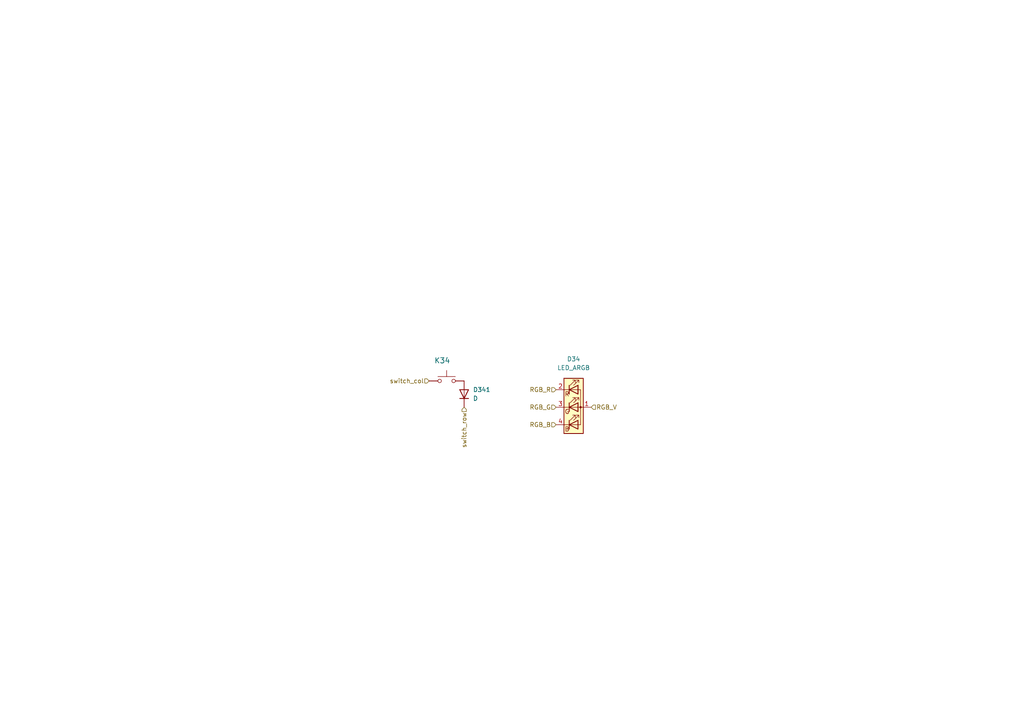
<source format=kicad_sch>
(kicad_sch (version 20250114) (generator "eeschema") (generator_version "9.0")
  (paper "A4")
  (lib_symbols
    (symbol "Device:D" (pin_numbers (hide yes)) (pin_names (offset 1.016) (hide yes))
      (property "Reference" "D" (at 0 2.54 0))
      (property "Value" "D" (at 0 -2.54 0))
      (symbol "D_0_1"
        (polyline (pts (xy -1.27 1.27) (xy -1.27 -1.27)) (stroke (width 0.254)))
        (polyline (pts (xy 1.27 1.27) (xy 1.27 -1.27) (xy -1.27 0) (xy 1.27 1.27)) (stroke (width 0.254)))
        (polyline (pts (xy 1.27 0) (xy -1.27 0)))
      )
      (symbol "D_1_1"
        (pin passive line (at -3.81 0 0) (length 2.54) (name "K") (number "1"))
        (pin passive line (at 3.81 0 180) (length 2.54) (name "A") (number "2"))
      )
    )
    (symbol "Device:LED_ARGB" (pin_names (offset 0) (hide yes))
      (property "Reference" "D" (at 0 9.398 0))
      (property "Value" "LED_ARGB" (at 0 -8.89 0))
      (symbol "LED_ARGB_0_0"
        (text "R" (at -1.905 3.81 0) (effects (font (size 1.27 1.27))))
        (text "G" (at -1.905 -1.27 0) (effects (font (size 1.27 1.27))))
        (text "B" (at -1.905 -6.35 0) (effects (font (size 1.27 1.27))))
      )
      (symbol "LED_ARGB_0_1"
        (polyline (pts (xy -1.27 6.35) (xy -1.27 3.81)) (stroke (width 0.254)))
        (polyline (pts (xy -1.27 6.35) (xy -1.27 3.81) (xy -1.27 3.81)))
        (polyline (pts (xy -1.27 5.08) (xy -2.54 5.08)))
        (polyline (pts (xy -1.27 5.08) (xy 1.27 5.08)))
        (polyline (pts (xy -1.27 1.27) (xy -1.27 -1.27)) (stroke (width 0.254)))
        (polyline (pts (xy -1.27 1.27) (xy -1.27 -1.27) (xy -1.27 -1.27)))
        (polyline (pts (xy -1.27 0) (xy -2.54 0)))
        (polyline (pts (xy -1.27 -3.81) (xy -1.27 -6.35)) (stroke (width 0.254)))
        (polyline (pts (xy -1.27 -5.08) (xy -2.54 -5.08)))
        (polyline (pts (xy -1.27 -5.08) (xy 1.27 -5.08)))
        (polyline (pts (xy -1.016 6.35) (xy 0.508 7.874) (xy -0.254 7.874) (xy 0.508 7.874) (xy 0.508 7.112)))
        (polyline (pts (xy -1.016 1.27) (xy 0.508 2.794) (xy -0.254 2.794) (xy 0.508 2.794) (xy 0.508 2.032)))
        (polyline (pts (xy -1.016 -3.81) (xy 0.508 -2.286) (xy -0.254 -2.286) (xy 0.508 -2.286) (xy 0.508 -3.048)))
        (polyline (pts (xy 0 6.35) (xy 1.524 7.874) (xy 0.762 7.874) (xy 1.524 7.874) (xy 1.524 7.112)))
        (polyline (pts (xy 0 1.27) (xy 1.524 2.794) (xy 0.762 2.794) (xy 1.524 2.794) (xy 1.524 2.032)))
        (polyline (pts (xy 0 -3.81) (xy 1.524 -2.286) (xy 0.762 -2.286) (xy 1.524 -2.286) (xy 1.524 -3.048)))
        (polyline (pts (xy 1.27 6.35) (xy 1.27 3.81) (xy -1.27 5.08) (xy 1.27 6.35)) (stroke (width 0.254)))
        (rectangle (start 1.27 6.35) (end 1.27 6.35))
        (rectangle (start 1.27 3.81) (end 1.27 6.35))
        (polyline (pts (xy 1.27 1.27) (xy 1.27 -1.27) (xy -1.27 0) (xy 1.27 1.27)) (stroke (width 0.254)))
        (rectangle (start 1.27 1.27) (end 1.27 1.27))
        (polyline (pts (xy 1.27 0) (xy -1.27 0)))
        (polyline (pts (xy 1.27 0) (xy 2.54 0)))
        (rectangle (start 1.27 -1.27) (end 1.27 1.27))
        (polyline (pts (xy 1.27 -3.81) (xy 1.27 -6.35) (xy -1.27 -5.08) (xy 1.27 -3.81)) (stroke (width 0.254)))
        (polyline (pts (xy 1.27 -5.08) (xy 2.032 -5.08) (xy 2.032 5.08) (xy 1.27 5.08)))
        (circle (center 2.032 0) (radius 0.254) (fill (type outline)))
        (rectangle (start 2.794 8.382) (end -2.794 -7.62) (stroke (width 0.254)) (fill (type background)))
      )
      (symbol "LED_ARGB_1_1"
        (pin passive line (at -5.08 5.08 0) (length 2.54) (name "RK") (number "2"))
        (pin passive line (at -5.08 0 0) (length 2.54) (name "GK") (number "3"))
        (pin passive line (at -5.08 -5.08 0) (length 2.54) (name "BK") (number "4"))
        (pin passive line (at 5.08 0 180) (length 2.54) (name "A") (number "1"))
      )
    )
    (symbol "Switch:SW_Push" (pin_numbers (hide yes)) (pin_names (offset 1.016) (hide yes))
      (property "Reference" "SW" (at 1.27 2.54 0))
      (property "Value" "SW_Push" (at 0 -1.524 0))
      (symbol "SW_Push_0_1"
        (circle (center -2.032 0) (radius 0.508))
        (polyline (pts (xy 0 1.27) (xy 0 3.048)))
        (circle (center 2.032 0) (radius 0.508))
        (polyline (pts (xy 2.54 1.27) (xy -2.54 1.27)))
        (pin passive line (at -5.08 0 0) (length 2.54) (name "1") (number "1"))
        (pin passive line (at 5.08 0 180) (length 2.54) (name "2") (number "2"))
      )
    )
  )
  (hierarchical_label "RGB_R" (shape input) (at 161.29 113.03 180))
  (hierarchical_label "RGB_V" (shape input) (at 171.45 118.11 0))
  (hierarchical_label "RGB_B" (shape input) (at 161.29 123.19 180))
  (hierarchical_label "switch_col" (shape input) (at 124.46 110.49 180))
  (hierarchical_label "switch_row" (shape input) (at 134.62 118.11 270))
  (hierarchical_label "RGB_G" (shape input) (at 161.29 118.11 180))
  (symbol (lib_id "Device:LED_ARGB") (at 166.37 118.11 0) (unit 1)
    (property "Reference" "D12" (at 166.37 104.14 0))
    (property "Value" "LED_ARGB" (at 166.37 106.68 0))
    (property "Footprint" "vladkvit_keyb:MX_RGB" (effects (hide yes)))
    (property "Description" "RGB LED, anode/red/green/blue, Any of: QBLP677R-RGB  T36K3BGR-05D000121U1930  IN-P32TRRRGB" (effects (hide yes)))
    (property "LCSC" "C6958246" (effects (hide yes)))
    (instances (project "ortho_half" (path "" (reference "D34") (unit 1)) (path "" (reference "D26") (unit 1)) (path "" (reference "D23") (unit 1)) (path "" (reference "D53") (unit 1)) (path "" (reference "D12") (unit 1)) (path "" (reference "D52") (unit 1)) (path "" (reference "D13") (unit 1)) (path "" (reference "D22") (unit 1)) (path "" (reference "D35") (unit 1)) (path "" (reference "D14") (unit 1)) (path "" (reference "D33") (unit 1)) (path "" (reference "D54") (unit 1)) (path "" (reference "D43") (unit 1)) (path "" (reference "D42") (unit 1)) (path "" (reference "D15") (unit 1)) (path "" (reference "D45") (unit 1)) (path "" (reference "D24") (unit 1)) (path "" (reference "D46") (unit 1)) (path "" (reference "D44") (unit 1)) (path "" (reference "D56") (unit 1)) (path "" (reference "D32") (unit 1)) (path "" (reference "D55") (unit 1)) (path "" (reference "D16") (unit 1)) (path "" (reference "D36") (unit 1)) (path "" (reference "D25") (unit 1))))
  )
  (symbol (lib_id "Switch:SW_Push") (at 129.54 110.49 0) (unit 1)
    (property "Reference" "K12" (at 128.27 104.5718 0) (effects (font (size 1.524 1.524))))
    (property "Value" "KEYSW" (effects (hide yes)))
    (property "Footprint" "vladkvit_keyb:MX_switch_hotswap" (effects (hide yes)))
    (property "Description" "Hot swap socket, CPG151101S11 or similar, C5156480 or C5184526" (effects (hide yes)))
    (property "LCSC" "C5156480" (effects (hide yes)))
    (instances (project "ortho_half" (path "" (reference "K34") (unit 1)) (path "" (reference "K26") (unit 1)) (path "" (reference "K23") (unit 1)) (path "" (reference "K53") (unit 1)) (path "" (reference "K12") (unit 1)) (path "" (reference "K52") (unit 1)) (path "" (reference "K13") (unit 1)) (path "" (reference "K22") (unit 1)) (path "" (reference "K35") (unit 1)) (path "" (reference "K14") (unit 1)) (path "" (reference "K33") (unit 1)) (path "" (reference "K54") (unit 1)) (path "" (reference "K43") (unit 1)) (path "" (reference "K42") (unit 1)) (path "" (reference "K15") (unit 1)) (path "" (reference "K45") (unit 1)) (path "" (reference "K24") (unit 1)) (path "" (reference "K46") (unit 1)) (path "" (reference "K44") (unit 1)) (path "" (reference "K56") (unit 1)) (path "" (reference "K32") (unit 1)) (path "" (reference "K55") (unit 1)) (path "" (reference "K16") (unit 1)) (path "" (reference "K36") (unit 1)) (path "" (reference "K25") (unit 1))))
  )
  (symbol (lib_id "Device:D") (at 134.62 114.3 90) (unit 1)
    (property "Reference" "D121" (at 137.16 113.0299 90) (effects (justify right)))
    (property "Value" "D" (at 137.16 115.5699 90) (effects (justify right)))
    (property "Footprint" "Diode_SMD:D_SOD-123" (effects (hide yes)))
    (property "Description" "Diode, Any 1N4148" (effects (hide yes)))
    (property "Sim.Device" "D" (effects (hide yes)))
    (property "Sim.Pins" "1=K 2=A" (effects (hide yes)))
    (property "LCSC" "C77978" (effects (hide yes)))
    (instances (project "ortho_half" (path "" (reference "D341") (unit 1)) (path "" (reference "D261") (unit 1)) (path "" (reference "D231") (unit 1)) (path "" (reference "D531") (unit 1)) (path "" (reference "D121") (unit 1)) (path "" (reference "D521") (unit 1)) (path "" (reference "D131") (unit 1)) (path "" (reference "D221") (unit 1)) (path "" (reference "D351") (unit 1)) (path "" (reference "D141") (unit 1)) (path "" (reference "D331") (unit 1)) (path "" (reference "D541") (unit 1)) (path "" (reference "D431") (unit 1)) (path "" (reference "D421") (unit 1)) (path "" (reference "D151") (unit 1)) (path "" (reference "D451") (unit 1)) (path "" (reference "D241") (unit 1)) (path "" (reference "D461") (unit 1)) (path "" (reference "D441") (unit 1)) (path "" (reference "D561") (unit 1)) (path "" (reference "D321") (unit 1)) (path "" (reference "D551") (unit 1)) (path "" (reference "D161") (unit 1)) (path "" (reference "D361") (unit 1)) (path "" (reference "D251") (unit 1))))
  )
)
</source>
